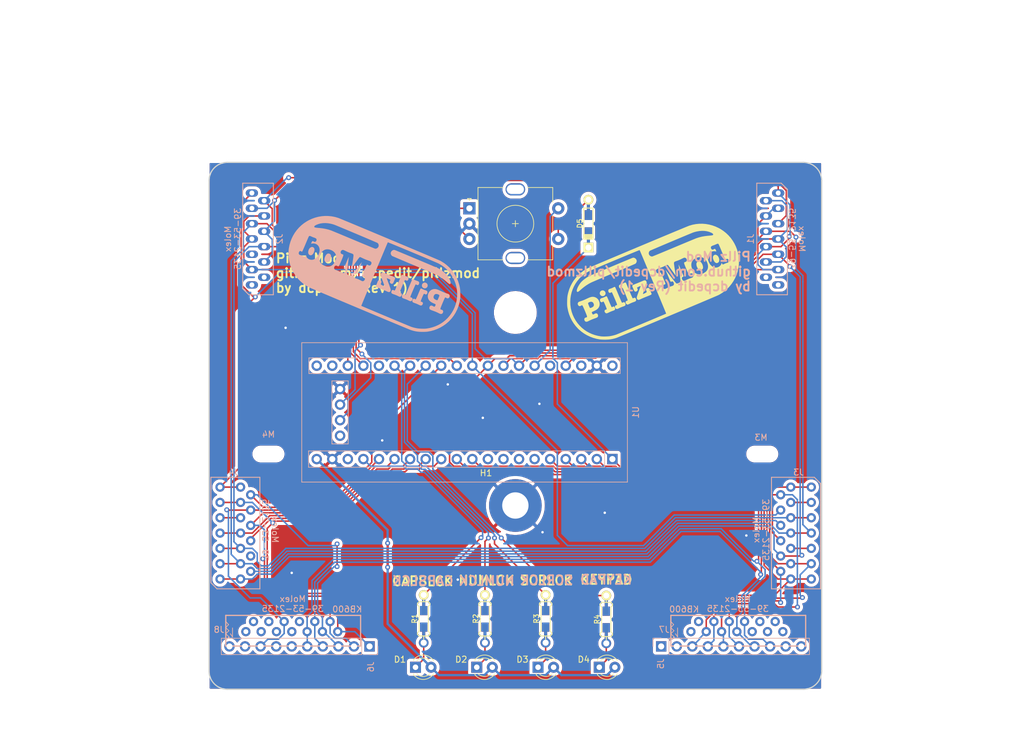
<source format=kicad_pcb>
(kicad_pcb (version 20221018) (generator pcbnew)
  (layers (0 "F.Cu" signal) (31 "B.Cu" signal) (34 "B.Paste" user) (35 "F.Paste" user) (36 "B.SilkS" user "B.Silkscreen") (37 "F.SilkS" user "F.Silkscreen") (38 "B.Mask" user) (39 "F.Mask" user) (44 "Edge.Cuts" user))
  (net 0 "")
  (net 1 "Net-(D1-K)")
  (net 2 "/3V3")
  (net 3 "Net-(D2-K)")
  (net 4 "Net-(D3-K)")
  (net 5 "Net-(D4-K)")
  (net 6 "Net-(D5-A)")
  (net 8 "/ROW_F1")
  (net 9 "/ROW_F2")
  (net 10 "/COL_4")
  (net 11 "/COL_3")
  (net 12 "/ROW_ESC")
  (net 13 "/COL_5")
  (net 14 "/COL_0")
  (net 15 "/COL_2")
  (net 16 "/COL_1")
  (net 20 "/ROW_6")
  (net 21 "/ROW_8")
  (net 22 "/ROW_7")
  (net 24 "/ROW_MIN")
  (net 25 "unconnected-(J3-Pin_3-Pad3)")
  (net 26 "/ROW_9")
  (net 27 "/ROW_0")
  (net 28 "/ROW_5")
  (net 29 "/ROW_4")
  (net 30 "/ROW_3")
  (net 31 "unconnected-(J3-Pin_9-Pad9)")
  (net 32 "/ROW_2")
  (net 33 "/ROW_1")
  (net 34 "/ROW_EQL")
  (net 36 "unconnected-(J4-Pin_9-Pad9)")
  (net 38 "/COL_6")
  (net 42 "GND")
  (net 46 "/LED_CAPS_LOCK")
  (net 47 "/LED_NUM_LOCK")
  (net 48 "/LED_SCROLL_LOCK")
  (net 49 "/LED_KEYPAD")
  (net 61 "/ENA")
  (net 62 "/ENB")
  (footprint "LED_THT:LED_D3.0mm" (layer "F.Cu") (at 133.7 132.4)
    (fp_text reference "D1")
    (fp_text value "LED_ALT")
  )
  (footprint "LED_THT:LED_D3.0mm" (layer "F.Cu") (at 143.7 132.4)
    (fp_text reference "D2")
    (fp_text value "LED_ALT")
  )
  (footprint "LED_THT:LED_D3.0mm" (layer "F.Cu") (at 153.7 132.4)
    (fp_text reference "D3")
    (fp_text value "LED_ALT")
  )
  (footprint "LED_THT:LED_D3.0mm" (layer "F.Cu") (at 163.7 132.4)
    (fp_text reference "D4")
    (fp_text value "LED_ALT")
  )
  (footprint "Keebio-Parts:Resistor-Hybrid" (layer "F.Cu") (at 154.94 124.5 -90)
    (fp_text reference "R3")
    (fp_text value "R_US" hide)
  )
  (footprint "Keebio-Parts:RotaryEncoder_EC11" (layer "F.Cu") (at 150 60)
    (fp_text reference "SW1")
    (fp_text value "RotaryEncoder_Switch")
  )
  (footprint "Keebio-Parts:Diode-dual" (layer "F.Cu") (at 161.925 60 -90)
    (fp_text reference "D5")
    (fp_text value "D_Small" hide)
  )
  (footprint "Keebio-Parts:Resistor-Hybrid" (layer "F.Cu") (at 145.04 124.5 -90)
    (fp_text reference "R2")
    (fp_text value "R_US" hide)
  )
  (footprint "MountingHole:MountingHole_4.3mm_M4_Pad" (layer "F.Cu") (at 150 106)
    (fp_text reference "H1")
    (fp_text value "mounting pad")
  )
  (footprint "pillz:pillz_logo" (layer "F.Cu") (at 172.466 69.469)
    (fp_text reference "G***" hide)
    (fp_text value "LOGO" hide)
  )
  (footprint "Keebio-Parts:Resistor-Hybrid" (layer "F.Cu") (at 135.04 124.5 -90)
    (fp_text reference "R1")
    (fp_text value "R_US" hide)
  )
  (footprint "Keebio-Parts:Resistor-Hybrid" (layer "F.Cu") (at 164.84 124.6 -90)
    (fp_text reference "R4")
    (fp_text value "R_US" hide)
  )
  (footprint "kinesisMod_board_connectors:Molex_0039532135" (layer "B.Cu") (at 191.9 62.5 -90)
    (fp_text reference "J1")
    (fp_text value "Conn_01x13")
  )
  (footprint "kinesisMod_board_connectors:Molex_0039532135" (layer "B.Cu") (at 108 62.5 90)
    (fp_text reference "J2")
    (fp_text value "Conn_01x13")
  )
  (footprint "kinesisMod_board_connectors:Molex_039532134" (layer "B.Cu") (at 195.8 110.5 -90)
    (fp_text reference "J3")
    (fp_text value "Conn_01x13")
  )
  (footprint "kinesisMod_board_connectors:Molex_039532134" (layer "B.Cu") (at 104.3 110.5 90)
    (fp_text reference "J4")
    (fp_text value "Conn_01x13")
  )
  (footprint "Pin_Headers:Pin_Header_Straight_1x10_Pitch2.54mm" (layer "B.Cu") (at 173.8 129 -90)
    (fp_text reference "J5" hide)
    (fp_text value "Conn_01x10")
  )
  (footprint "Pin_Headers:Pin_Header_Straight_1x10_Pitch2.54mm" (layer "B.Cu") (at 126.2 129 90)
    (fp_text reference "J6")
    (fp_text value "Conn_01x10")
  )
  (footprint "Mounting_Holes:MountingHole_6.4mm_M6" (layer "B.Cu") (at 150 74.5)
    (fp_text reference "M1" hide)
    (fp_text value "MountingHole_6.4mm_M6")
  )
  (footprint "MountingHole:MountingHole_4.3mm_M4" (layer "B.Cu") (at 109.7 97.6)
    (fp_text reference "M4")
    (fp_text value "MountingHole_4.3mm_M4")
  )
  (footprint "MountingHole:MountingHole_4.3mm_M4" (layer "B.Cu") (at 190.3 97.6)
    (fp_text reference "M3")
    (fp_text value "MountingHole_4.3mm_M4")
  )
  (footprint "kinx:39-53-2135" (layer "B.Cu") (at 186.157 126.59)
    (fp_text reference "J7")
    (fp_text value "Conn_01x13" hide)
  )
  (footprint "pillz:pillz_logo" (layer "B.Cu") (at 127 68.199 180)
    (fp_text reference "G***" hide)
    (fp_text value "LOGO" hide)
  )
  (footprint "kinx:39-53-2135" (layer "B.Cu") (at 113.513 126.59)
    (fp_text reference "J8")
    (fp_text value "Conn_01x13" hide)
  )
  (footprint "Footprints:YAAJ_WeAct_BlackPill_SWD_2" (layer "B.Cu") (at 165.839 98.425 90)
    (fp_text reference "U1")
    (fp_text value "YAAJ_WeAct_BlackPill_Part_Like_SWD_Breakout" hide)
  )
  (gr_arc (start 103 136) (mid 100.87868 135.12132) (end 100 133) (stroke (width 0.2)) (layer "Edge.Cuts"))
  (gr_arc (start 197 50) (mid 199.12132 50.87868) (end 200 53) (stroke (width 0.2)) (layer "Edge.Cuts"))
  (gr_arc (start 200 133) (mid 199.12132 135.12132) (end 197 136) (stroke (width 0.2)) (layer "Edge.Cuts"))
  (gr_arc (start 100 53) (mid 100.87868 50.87868) (end 103 50) (stroke (width 0.2)) (layer "Edge.Cuts"))
  (gr_line (start 103 136) (end 197 136) (stroke (width 0.2)) (layer "Edge.Cuts"))
  (gr_line (start 197 50) (end 103 50) (stroke (width 0.2)) (layer "Edge.Cuts"))
  (gr_line (start 200 133) (end 200 53) (stroke (width 0.2)) (layer "Edge.Cuts"))
  (gr_line (start 100 133) (end 100 53) (stroke (width 0.2)) (layer "Edge.Cuts"))
  (gr_text "Molex\n39-53-2135" (at 190.119 109.982 90) (layer "B.SilkS") (effects (font (size 1 1)) (justify mirror)))
  (gr_text "KB600" (at 177.546 122.936) (layer "B.SilkS") (effects (font (size 1 1)) (justify mirror)))
  (gr_text "Molex\n39-53-2135" (at 103.886 62.484 90) (layer "B.SilkS") (effects (font (size 1 1)) (justify mirror)))
  (gr_text "NUMLCK" (at 145.3 118.31) (layer "B.SilkS") (effects (font (size 1.5 1.5) (thickness 0.3)) (justify mirror)))
  (gr_text "Molex\n39-53-2135" (at 113.665 122.047) (layer "B.SilkS") (effects (font (size 1 1)) (justify mirror)))
  (gr_text "Molex\n39-53-2135" (at 186.309 122.047) (layer "B.SilkS") (effects (font (size 1 1)) (justify mirror)))
  (gr_text "KEYPAD" (at 164.8 118.11) (layer "B.SilkS") (effects (font (size 1.5 1.5) (thickness 0.3)) (justify mirror)))
  (gr_text "Pillz Mod\ngithub.com/dcpedit/pillzmod\nby dcpedit (Rev 1)" (at 188.6 67.818) (layer "B.SilkS") (effects (font (size 1.5 1.5) (thickness 0.3)) (justify left mirror)))
  (gr_text "Molex\n39-53-2135" (at 109.982 109.982 270) (layer "B.SilkS") (effects (font (size 1 1)) (justify mirror)))
  (gr_text "KB600" (at 122.555 122.936) (layer "B.SilkS") (effects (font (size 1 1)) (justify mirror)))
  (gr_text "Molex\n39-53-2135" (at 195.961 62.484 270) (layer "B.SilkS") (effects (font (size 1 1)) (justify mirror)))
  (gr_text "CAPSLCK" (at 134.9 118.31) (layer "B.SilkS") (effects (font (size 1.5 1.5) (thickness 0.3)) (justify mirror)))
  (gr_text "SCRLCK" (at 155.1 118.21) (layer "B.SilkS") (effects (font (size 1.5 1.5) (thickness 0.3)) (justify mirror)))
  (gr_text "Pillz Mod\ngithub.com/dcpedit/pillzmod\nby dcpedit (Rev 1)" (at 110.744 68.072) (layer "F.SilkS") (effects (font (size 1.5 1.5) (thickness 0.3)) (justify left)))
  (gr_text "CAPSLCK" (at 134.874 118.364) (layer "F.SilkS") (effects (font (size 1.5 1.5) (thickness 0.3))))
  (gr_text "KEYPAD" (at 164.846 118.11) (layer "F.SilkS") (effects (font (size 1.5 1.5) (thickness 0.3))))
  (gr_text "SCRLCK" (at 155.067 118.237) (layer "F.SilkS") (effects (font (size 1.5 1.5) (thickness 0.3))))
  (gr_text "NUMLCK" (at 145.288 118.237) (layer "F.SilkS") (effects (font (size 1.5 1.5) (thickness 0.3))))
  (segment (start 135.04 128.4) (end 135.04 131.06) (width 0.25) (layer "F.Cu") (net 1))
  (segment (start 135.04 131.06) (end 133.7 132.4) (width 0.25) (layer "F.Cu") (net 1))
  (segment (start 129.159 112.141) (end 129.159 116.078) (width 0.375) (layer "F.Cu") (net 2))
  (via (at 129.159 116.078) (size 0.8) (drill 0.4) (layers "F.Cu" "B.Cu") (net 2))
  (via (at 129.159 112.141) (size 0.8) (drill 0.4) (layers "F.Cu" "B.Cu") (net 2))
  (segment (start 146.24 132.4) (end 147.527011 133.687011) (width 0.375) (layer "B.Cu") (net 2))
  (segment (start 147.527011 133.687011) (end 154.952989 133.687011) (width 0.375) (layer "B.Cu") (net 2))
  (segment (start 117.579 98.425) (end 129.154 110) (width 0.375) (layer "B.Cu") (net 2))
  (segment (start 129.154 110) (end 129.154 112.136) (width 0.375) (layer "B.Cu") (net 2))
  (segment (start 157.527011 133.687011) (end 164.952989 133.687011) (width 0.375) (layer "B.Cu") (net 2))
  (segment (start 129.154 112.136) (end 129.159 112.141) (width 0.375) (layer "B.Cu") (net 2))
  (segment (start 154.952989 133.687011) (end 156.24 132.4) (width 0.375) (layer "B.Cu") (net 2))
  (segment (start 144.952989 133.687011) (end 146.24 132.4) (width 0.375) (layer "B.Cu") (net 2))
  (segment (start 136.24 132.4) (end 137.527011 133.687011) (width 0.375) (layer "B.Cu") (net 2))
  (segment (start 129.159 116.078) (end 129.159 125.319) (width 0.375) (layer "B.Cu") (net 2))
  (segment (start 129.159 125.319) (end 136.24 132.4) (width 0.375) (layer "B.Cu") (net 2))
  (segment (start 164.952989 133.687011) (end 166.24 132.4) (width 0.375) (layer "B.Cu") (net 2))
  (segment (start 156.24 132.4) (end 157.527011 133.687011) (width 0.375) (layer "B.Cu") (net 2))
  (segment (start 137.527011 133.687011) (end 144.952989 133.687011) (width 0.375) (layer "B.Cu") (net 2))
  (segment (start 145.04 131.06) (end 143.7 132.4) (width 0.25) (layer "F.Cu") (net 3))
  (segment (start 145.04 128.4) (end 145.04 131.06) (width 0.25) (layer "F.Cu") (net 3))
  (segment (start 154.94 128.4) (end 154.94 131.16) (width 0.25) (layer "F.Cu") (net 4))
  (segment (start 154.94 131.16) (end 153.7 132.4) (width 0.25) (layer "F.Cu") (net 4))
  (segment (start 164.84 128.5) (end 164.84 131.26) (width 0.25) (layer "F.Cu") (net 5))
  (segment (start 164.84 131.26) (end 163.7 132.4) (width 0.25) (layer "F.Cu") (net 5))
  (segment (start 157 61.025) (end 161.925 56.1) (width 0.25) (layer "F.Cu") (net 6))
  (segment (start 157 62.5) (end 157 61.025) (width 0.25) (layer "F.Cu") (net 6))
  (segment (start 159.45448 81.94952) (end 158.219 83.185) (width 0.25) (layer "F.Cu") (net 8))
  (segment (start 163.12948 81.94952) (end 159.45448 81.94952) (width 0.25) (layer "F.Cu") (net 8))
  (segment (start 192.9 53.92825) (end 191.92127 52.94952) (width 0.25) (layer "F.Cu") (net 8))
  (segment (start 192.9 55) (end 192.9 53.92825) (width 0.25) (layer "F.Cu") (net 8))
  (segment (start 191.92127 52.94952) (end 113.95048 52.94952) (width 0.25) (layer "F.Cu") (net 8))
  (segment (start 194.7 62.407468) (end 194.7 62.1) (width 0.25) (layer "F.Cu") (net 8))
  (segment (start 193.357468 63.75) (end 194.7 62.407468) (width 0.25) (layer "F.Cu") (net 8))
  (segment (start 177.579 67.5) (end 163.12948 81.94952) (width 0.25) (layer "F.Cu") (net 8))
  (segment (start 192.9 67.5) (end 177.579 67.5) (width 0.25) (layer "F.Cu") (net 8))
  (segment (start 113.95048 52.94952) (end 110.7 56.2) (width 0.25) (layer "F.Cu") (net 8))
  (segment (start 190.9 63.75) (end 193.357468 63.75) (width 0.25) (layer "F.Cu") (net 8))
  (via (at 110.7 56.2) (size 0.8) (drill 0.4) (layers "F.Cu" "B.Cu") (net 8))
  (via (at 194.7 62.1) (size 0.8) (drill 0.4) (layers "F.Cu" "B.Cu") (net 8))
  (segment (start 189.57548 65.07452) (end 189.57548 66.67548) (width 0.25) (layer "B.Cu") (net 8))
  (segment (start 109 61.25) (end 110.32452 62.57452) (width 0.25) (layer "B.Cu") (net 8))
  (segment (start 107 57.5) (end 109.457468 57.5) (width 0.25) (layer "B.Cu") (net 8))
  (segment (start 189.57548 66.67548) (end 190.4 67.5) (width 0.25) (layer "B.Cu") (net 8))
  (segment (start 110.32452 62.57452) (end 110.32452 64.92548) (width 0.25) (layer "B.Cu") (net 8))
  (segment (start 194.831661 56.931661) (end 192.9 55) (width 0.25) (layer "B.Cu") (net 8))
  (segment (start 190.4 67.5) (end 192.9 67.5) (width 0.25) (layer "B.Cu") (net 8))
  (segment (start 109 61.25) (end 110.5 59.75) (width 0.25) (layer "B.Cu") (net 8))
  (segment (start 109.457468 57.5) (end 110.7 56.257468) (width 0.25) (layer "B.Cu") (net 8))
  (segment (start 194.7 62.1) (end 194.831661 61.968339) (width 0.25) (layer "B.Cu") (net 8))
  (segment (start 190.9 63.75) (end 189.57548 65.07452) (width 0.25) (layer "B.Cu") (net 8))
  (segment (start 194.831661 61.968339) (end 194.831661 56.931661) (width 0.25) (layer "B.Cu") (net 8))
  (segment (start 110.32452 64.92548) (end 109 66.25) (width 0.25) (layer "B.Cu") (net 8))
  (segment (start 110.5 59.75) (end 110.7 59.55) (width 0.25) (layer "B.Cu") (net 8))
  (segment (start 110.7 56.257468) (end 110.7 56.2) (width 0.25) (layer "B.Cu") (net 8))
  (segment (start 110.7 59.55) (end 110.7 56.2) (width 0.25) (layer "B.Cu") (net 8))
  (segment (start 159.082085 81.05048) (end 162.757086 81.05048) (width 0.25) (layer "F.Cu") (net 9))
  (segment (start 107 62.5) (end 105.67548 63.82452) (width 0.25) (layer "F.Cu") (net 9))
  (segment (start 150.599 83.185) (end 151.773511 82.010489) (width 0.25) (layer "F.Cu") (net 9))
  (segment (start 105.67548 61.17548) (end 107 62.5) (width 0.25) (layer "F.Cu") (net 9))
  (segment (start 154.127313 81.560969) (end 158.571596 81.560969) (width 0.25) (layer "F.Cu") (net 9))
  (segment (start 105.67548 63.82452) (end 105.67548 66.17548) (width 0.25) (layer "F.Cu") (net 9))
  (segment (start 153.677793 82.010489) (end 154.127313 81.560969) (width 0.25) (layer "F.Cu") (net 9))
  (segment (start 151.773511 82.010489) (end 153.677793 82.010489) (width 0.25) (layer "F.Cu") (net 9))
  (segment (start 192.9 62.5) (end 190.442532 62.5) (width 0.25) (layer "F.Cu") (net 9))
  (segment (start 162.757084 81.05048) (end 164.258282 79.549282) (width 0.25) (layer "F.Cu") (net 9))
  (segment (start 189.571266 65.235548) (end 188.205854 66.60096) (width 0.25) (layer "F.Cu") (net 9))
  (segment (start 162.757086 81.05048) (end 164.258282 79.549282) (width 0.25) (layer "F.Cu") (net 9))
  (segment (start 188.205854 66.60096) (end 177.206604 66.60096) (width 0.25) (layer "F.Cu") (net 9))
  (segment (start 106.542532 58.75) (end 105.67548 59.617052) (width 0.25) (layer "F.Cu") (net 9))
  (segment (start 177.206604 66.60096) (end 164.258282 79.549282) (width 0.25) (layer "F.Cu") (net 9))
  (segment (start 105.67548 59.617052) (end 105.67548 61.17548) (width 0.25) (layer "F.Cu") (net 9))
  (segment (start 158.571596 81.560969) (end 159.082085 81.05048) (width 0.25) (layer "F.Cu") (net 9))
  (segment (start 189.571266 63.371266) (end 189.571266 65.235548) (width 0.25) (layer "F.Cu") (net 9))
  (segment (start 190.442532 62.5) (end 189.571266 63.371266) (width 0.25) (layer "F.Cu") (net 9))
  (segment (start 105.67548 66.17548) (end 107 67.5) (width 0.25) (layer "F.Cu") (net 9))
  (segment (start 109 58.75) (end 106.542532 58.75) (width 0.25) (layer "F.Cu") (net 9))
  (segment (start 194.22452 65.382948) (end 194.22452 63.82452) (width 0.25) (layer "B.Cu") (net 9))
  (segment (start 107 67.5) (end 133.48 67.5) (width 0.25) (layer "B.Cu") (net 9))
  (segment (start 136.375718 67.5) (end 133.48 67.5) (width 0.25) (layer "B.Cu") (net 9))
  (segment (start 190.9 66.25) (end 193.357468 66.25) (width 0.25) (layer "B.Cu") (net 9))
  (segment (start 193.357468 66.25) (end 194.22452 65.382948) (width 0.25) (layer "B.Cu") (net 9))
  (segment (start 194.382141 61.017859) (end 194.382141 57.117859) (width 0.25) (layer "B.Cu") (net 9))
  (segment (start 145.030489 82.010489) (end 143.42852 80.40852) (width 0.25) (layer "B.Cu") (net 9))
  (segment (start 194.22452 63.82452) (end 192.9 62.5) (width 0.25) (layer "B.Cu") (net 9))
  (segment (start 143.42852 74.552802) (end 136.375718 67.5) (width 0.25) (layer "B.Cu") (net 9))
  (segment (start 194.382141 57.117859) (end 193.514282 56.25) (width 0.25) (layer "B.Cu") (net 9))
  (segment (start 193.514282 56.25) (end 190.9 56.25) (width 0.25) (layer "B.Cu") (net 9))
  (segment (start 192.9 62.5) (end 194.382141 61.017859) (width 0.25) (layer "B.Cu") (net 9))
  (segment (start 149.424489 82.010489) (end 145.030489 82.010489) (width 0.25) (layer "B.Cu") (net 9))
  (segment (start 143.42852 80.40852) (end 143.42852 74.552802) (width 0.25) (layer "B.Cu") (net 9))
  (segment (start 150.599 83.185) (end 149.424489 82.010489) (width 0.25) (layer "B.Cu") (net 9))
  (segment (start 192.9 65) (end 194.8 66.9) (width 0.25) (layer "F.Cu") (net 10))
  (segment (start 190.442532 65) (end 188.392052 67.05048) (width 0.25) (layer "F.Cu") (net 10))
  (segment (start 177.392802 67.05048) (end 162.943282 81.5) (width 0.25) (layer "F.Cu") (net 10))
  (segment (start 188.392052 67.05048) (end 177.392802 67.05048) (width 0.25) (layer "F.Cu") (net 10))
  (segment (start 162.943282 81.5) (end 159.268282 81.5) (width 0.25) (layer "F.Cu") (net 10))
  (segment (start 194.8 66.9) (end 194.8 67) (width 0.25) (layer "F.Cu") (net 10))
  (segment (start 196.62498 114.25) (end 193.3 114.25) (width 0.25) (layer "F.Cu") (net 10))
  (segment (start 192.9 65) (end 190.442532 65) (width 0.25) (layer "F.Cu") (net 10))
  (segment (start 159.268282 81.5) (end 158.757793 82.010489) (width 0.25) (layer "F.Cu") (net 10))
  (segment (start 154.313511 82.010489) (end 153.139 83.185) (width 0.25) (layer "F.Cu") (net 10))
  (segment (start 158.757793 82.010489) (end 154.313511 82.010489) (width 0.25) (layer "F.Cu") (net 10))
  (segment (start 101.8 118) (end 105.15 118) (width 0.25) (layer "F.Cu") (net 10))
  (segment (start 196.754611 114.120369) (end 196.62498 114.25) (width 0.25) (layer "F.Cu") (net 10))
  (via (at 194.8 67) (size 0.8) (drill 0.4) (layers "F.Cu" "B.Cu") (net 10))
  (via (at 196.754611 114.120369) (size 0.8) (drill 0.4) (layers "F.Cu" "B.Cu") (net 10))
  (segment (start 196.479631 113.845389) (end 196.479631 68.679631) (width 0.25) (layer "B.Cu") (net 10))
  (segment (start 155.675489 58.824511) (end 155.675489 80.648511) (width 0.25) (layer "B.Cu") (net 10))
  (segment (start 192.219889 113.169889) (end 192.219889 110.333116) (width 0.25) (layer "B.Cu") (net 10))
  (segment (start 171.658595 114.348559) (end 113.087159 114.348559) (width 0.25) (layer "B.Cu") (net 10))
  (segment (start 193.3 114.25) (end 192.219889 113.169889) (width 0.25) (layer "B.Cu") (net 10))
  (segment (start 196.754611 114.120369) (end 196.479631 113.845389) (width 0.25) (layer "B.Cu") (net 10))
  (segment (start 196.479631 68.679631) (end 194.8 67) (width 0.25) (layer "B.Cu") (net 10))
  (segment (start 192.219889 110.333116) (end 191.235333 109.34856) (width 0.25) (layer "B.Cu") (net 10))
  (segment (start 155.675489 80.648511) (end 153.139 83.185) (width 0.25) (layer "B.Cu") (net 10))
  (segment (start 157 57.5) (end 155.675489 58.824511) (width 0.25) (layer "B.Cu") (net 10))
  (segment (start 176.658594 109.34856) (end 171.658595 114.348559) (width 0.25) (layer "B.Cu") (net 10))
  (segment (start 107.877989 117.19952) (end 107.077509 118) (width 0.25) (layer "B.Cu") (net 10))
  (segment (start 107.077509 118) (end 105.15 118) (width 0.25) (layer "B.Cu") (net 10))
  (segment (start 113.087159 114.348559) (end 110.236197 117.19952) (width 0.25) (layer "B.Cu") (net 10))
  (segment (start 110.236197 117.19952) (end 107.877989 117.19952) (width 0.25) (layer "B.Cu") (net 10))
  (segment (start 191.235333 109.34856) (end 176.658594 109.34856) (width 0.25) (layer "B.Cu") (net 10))
  (segment (start 190.9 61.25) (end 189.121746 63.028254) (width 0.25) (layer "F.Cu") (net 11))
  (segment (start 151.583009 81.560969) (end 151.133489 82.010489) (width 0.25) (layer "F.Cu") (net 11))
  (segment (start 190.9 61.25) (end 194.874614 61.25) (width 0.25) (layer "F.Cu") (net 11))
  (segment (start 162.570888 80.60096) (end 158.895888 80.60096) (width 0.25) (layer "F.Cu") (net 11))
  (segment (start 195.8 62.175386) (end 195.8 62.2) (width 0.25) (layer "F.Cu") (net 11))
  (segment (start 194.95 110.5) (end 198.3 110.5) (width 0.25) (layer "F.Cu") (net 11))
  (segment (start 194.874614 61.25) (end 195.8 62.175386) (width 0.25) (layer "F.Cu") (net 11))
  (segment (start 158.895888 80.60096) (end 158.385399 81.111449) (width 0.25) (layer "F.Cu") (net 11))
  (segment (start 153.941116 81.111449) (end 153.491596 81.560969) (width 0.25) (layer "F.Cu") (net 11))
  (segment (start 188.019656 66.15144) (end 177.020408 66.15144) (width 0.25) (layer "F.Cu") (net 11))
  (segment (start 189.121746 63.028254) (end 189.121746 65.04935) (width 0.25) (layer "F.Cu") (net 11))
  (segment (start 189.121746 65.04935) (end 188.019656 66.15144) (width 0.25) (layer "F.Cu") (net 11))
  (segment (start 149.233511 82.010489) (end 148.059 83.185) (width 0.25) (layer "F.Cu") (net 11))
  (segment (start 158.385399 81.111449) (end 153.941116 81.111449) (width 0.25) (layer "F.Cu") (net 11))
  (segment (start 153.491596 81.560969) (end 151.583009 81.560969) (width 0.25) (layer "F.Cu") (net 11))
  (segment (start 151.133489 82.010489) (end 149.233511 82.010489) (width 0.25) (layer "F.Cu") (net 11))
  (segment (start 177.020408 66.15144) (end 162.570888 80.60096) (width 0.25) (layer "F.Cu") (net 11))
  (via (at 195.8 62.2) (size 0.8) (drill 0.4) (layers "F.Cu" "B.Cu") (net 11))
  (segment (start 176.472396 108.89904) (end 191.421531 108.89904) (width 0.25) (layer "B.Cu") (net 11))
  (segment (start 171.472394 113.89904) (end 176.472396 108.89904) (width 0.25) (layer "B.Cu") (net 11))
  (segment (start 198.3 110.5) (end 196.929151 109.129151) (width 0.25) (layer "B.Cu") (net 11))
  (segment (start 195.8 67.363604) (end 195.8 62.2) (width 0.25) (layer "B.Cu") (net 11))
  (segment (start 191.421531 108.89904) (end 193.022491 110.5) (width 0.25) (layer "B.Cu") (net 11))
  (segment (start 196.929151 109.129151) (end 196.929151 69.469) (width 0.25) (layer "B.Cu") (net 11))
  (segment (start 112.90096 113.89904) (end 171.472394 113.89904) (width 0.25) (layer "B.Cu") (net 11))
  (segment (start 193.022491 110.5) (end 194.95 110.5) (width 0.25) (layer "B.Cu") (net 11))
  (segment (start 196.929631 69.46852) (end 196.929631 68.493235) (width 0.25) (layer "B.Cu") (net 11))
  (segment (start 196.929631 68.493235) (end 195.8 67.363604) (width 0.25) (layer "B.Cu") (net 11))
  (segment (start 110.05 116.75) (end 112.90096 113.89904) (width 0.25) (layer "B.Cu") (net 11))
  (segment (start 196.929151 69.469) (end 196.929631 69.46852) (width 0.25) (layer "B.Cu") (net 11))
  (segment (start 106.8 116.75) (end 110.05 116.75) (width 0.25) (layer "B.Cu") (net 11))
  (segment (start 192.107468 52.5) (end 113 52.5) (width 0.25) (layer "F.Cu") (net 12))
  (segment (start 110.32452 57.57452) (end 110.32452 60.17548) (width 0.25) (layer "F.Cu") (net 12))
  (segment (start 139.264489 82.010489) (end 124.660207 82.010489) (width 0.25) (layer "F.Cu") (net 12))
  (segment (start 112.944146 62.85096) (end 118.61096 62.85096) (width 0.25) (layer "F.Cu") (net 12))
  (segment (start 194.22452 54.617052) (end 192.107468 52.5) (width 0.25) (layer "F.Cu") (net 12))
  (segment (start 192.9 60) (end 194.22452 58.67548) (width 0.25) (layer "F.Cu") (net 12))
  (segment (start 123.55804 65.627604) (end 120.781396 62.85096) (width 0.25) (layer "F.Cu") (net 12))
  (segment (start 110.32452 60.17548) (end 110.296593 60.203407) (width 0.25) (layer "F.Cu") (net 12))
  (segment (start 194.22452 58.67548) (end 194.22452 54.617052) (width 0.25) (layer "F.Cu") (net 12))
  (segment (start 124.660207 82.010489) (end 123.55804 80.908322) (width 0.25) (layer "F.Cu") (net 12))
  (segment (start 140.439 83.185) (end 139.264489 82.010489) (width 0.25) (layer "F.Cu") (net 12))
  (segment (start 123.55804 80.908322) (end 123.55804 65.627604) (width 0.25) (layer "F.Cu") (net 12))
  (segment (start 109 56.25) (end 110.32452 57.57452) (width 0.25) (layer "F.Cu") (net 12))
  (segment (start 110.296593 60.203407) (end 112.944146 62.85096) (width 0.25) (layer "F.Cu") (net 12))
  (segment (start 120.781396 62.85096) (end 118.61096 62.85096) (width 0.25) (layer "F.Cu") (net 12))
  (via (at 113 52.5) (size 0.8) (drill 0.4) (layers "F.Cu" "B.Cu") (net 12))
  (segment (start 109 56.25) (end 112.75 52.5) (width 0.25) (layer "B.Cu") (net 12))
  (segment (start 112.75 52.5) (end 113 52.5) (width 0.25) (layer "B.Cu") (net 12))
  (segment (start 158.648722 101.397591) (end 160.553005 101.397591) (width 0.25) (layer "F.Cu") (net 13))
  (segment (start 162.38469 80.15144) (end 158.709691 80.15144) (width 0.25) (layer "F.Cu") (net 13))
  (segment (start 190.9 58.75) (end 189.57548 60.07452) (width 0.25) (layer "F.Cu") (net 13))
  (segment (start 158.199202 100.948071) (end 158.648722 101.397591) (width 0.25) (layer "F.Cu") (net 13))
  (segment (start 151.396812 81.111449) (end 150.947291 81.560969) (width 0.25) (layer "F.Cu") (net 13))
  (segment (start 140.977794 99.599511) (end 141.427314 100.049031) (width 0.25) (layer "F.Cu") (net 13))
  (segment (start 160.553005 101.397591) (end 161.002525 101.847111) (width 0.25) (layer "F.Cu") (net 13))
  (segment (start 158.709691 80.15144) (end 158.199201 80.661929) (width 0.25) (layer "F.Cu") (net 13))
  (segment (start 189.70096 106.67955) (end 189.70096 114.82502) (width 0.25) (layer "F.Cu") (net 13))
  (segment (start 161.002525 101.847111) (end 162.906808 101.847111) (width 0.25) (layer "F.Cu") (net 13))
  (segment (start 150.947291 81.560969) (end 149.047314 81.560969) (width 0.25) (layer "F.Cu") (net 13))
  (segment (start 156.29492 100.948071) (end 158.199202 100.948071) (width 0.25) (layer "F.Cu") (net 13))
  (segment (start 158.199201 80.661929) (end 153.754919 80.661929) (width 0.25) (layer "F.Cu") (net 13))
  (segment (start 163.356328 102.296631) (end 165.260605 102.296631) (width 0.25) (layer "F.Cu") (net 13))
  (segment (start 139.952501 99.599511) (end 140.977794 99.599511) (width 0.25) (layer "F.Cu") (net 13))
  (segment (start 169.110614 106.14664) (end 189.16805 106.14664) (width 0.25) (layer "F.Cu") (net 13))
  (segment (start 165.260605 102.296631) (end 169.110614 106.14664) (width 0.25) (layer "F.Cu") (net 13))
  (segment (start 143.331596 100.049031) (end 143.781116 100.498551) (width 0.25) (layer "F.Cu") (net 13))
  (segment (start 187.833458 65.70192) (end 176.83421 65.70192) (width 0.25) (layer "F.Cu") (net 13))
  (segment (start 145.519 83.185) (end 139.264489 89.439511) (width 0.25) (layer "F.Cu") (net 13))
  (segment (start 143.781116 100.498551) (end 155.8454 100.498551) (width 0.25) (layer "F.Cu") (net 13))
  (segment (start 176.83421 65.70192) (end 162.38469 80.15144) (width 0.25) (layer "F.Cu") (net 13))
  (segment (start 153.754919 80.661929) (end 153.305398 81.111449) (width 0.25) (layer "F.Cu") (net 13))
  (segment (start 149.047314 81.560969) (end 148.597793 82.010489) (width 0.25) (layer "F.Cu") (net 13))
  (segment (start 188.672226 62.842056) (end 188.672226 64.863152) (width 0.25) (layer "F.Cu") (net 13))
  (segment (start 139.264489 89.439511) (end 139.264489 98.911499) (width 0.25) (layer "F.Cu") (net 13))
  (segment (start 189.57548 61.938802) (end 188.672226 62.842056) (width 0.25) (layer "F.Cu") (net 13))
  (segment (start 155.8454 100.498551) (end 156.29492 100.948071) (width 0.25) (layer "F.Cu") (net 13))
  (segment (start 148.597793 82.010489) (end 146.693511 82.010489) (width 0.25) (layer "F.Cu") (net 13))
  (segment (start 153.305398 81.111449) (end 151.396812 81.111449) (width 0.25) (layer "F.Cu") (net 13))
  (segment (start 189.57548 60.07452) (end 189.57548 61.938802) (width 0.25) (layer "F.Cu") (net 13))
  (segment (start 162.906808 101.847111) (end 163.356328 102.296631) (width 0.25) (layer "F.Cu") (net 13))
  (segment (start 188.672226 64.863152) (end 187.833458 65.70192) (width 0.25) (layer "F.Cu") (net 13))
  (segment (start 139.264489 98.911499) (end 139.952501 99.599511) (width 0.25) (layer "F.Cu") (net 13))
  (segment (start 189.16805 106.14664) (end 189.70096 106.67955) (width 0.25) (layer "F.Cu") (net 13))
  (segment (start 189.70096 114.82502) (end 189.42598 115.1) (width 0.25) (layer "F.Cu") (net 13))
  (segment (start 141.427314 100.049031) (end 143.331596 100.049031) (width 0.25) (layer "F.Cu") (net 13))
  (segment (start 146.693511 82.010489) (end 145.519 83.185) (width 0.25) (layer "F.Cu") (net 13))
  (via (at 189.42598 115.1) (size 0.8) (drill 0.4) (layers "F.Cu" "B.Cu") (net 13))
  (segment (start 187.407 120.918305) (end 187.407 124.94) (width 0.25) (layer "B.Cu") (net 13))
  (segment (start 191.58 129) (end 190.405 127.825) (width 0.25) (layer "B.Cu") (net 13))
  (segment (start 116.813 118.251282) (end 120.266204 114.798079) (width 0.25) (layer "B.Cu") (net 13))
  (segment (start 116.013 124.079) (end 116.813 123.279) (width 0.25) (layer "B.Cu") (net 13))
  (segment (start 171.844792 114.798079) (end 176.844793 109.79808) (width 0.25) (layer "B.Cu") (net 13))
  (segment (start 188.065 127.825) (end 187.407 127.167) (width 0.25) (layer "B.Cu") (net 13))
  (segment (start 120.266204 114.798079) (end 171.844792 114.798079) (width 0.25) (layer "B.Cu") (net 13))
  (segment (start 189.42598 115.1) (end 190.762701 116.436721) (width 0.25) (layer "B.Cu") (net 13))
  (segment (start 187.407 127.167) (end 187.407 124.94) (width 0.25) (layer "B.Cu") (net 13))
  (segment (start 116.013 126.59) (end 116.013 124.079) (width 0.25) (layer "B.Cu") (net 13))
  (segment (start 183.59808 109.79808) (end 188.9 115.1) (width 0.25) (layer "B.Cu") (net 13))
  (segment (start 176.844793 109.79808) (end 183.59808 109.79808) (width 0.25) (layer "B.Cu") (net 13))
  (segment (start 190.405 127.825) (end 188.065 127.825) (width 0.25) (layer "B.Cu") (net 13))
  (segment (start 116.04 126.617) (end 116.013 126.59) (width 0.25) (layer "B.Cu") (net 13))
  (segment (start 188.9 115.1) (end 189.42598 115.1) (width 0.25) (layer "B.Cu") (net 13))
  (segment (start 116.813 123.279) (end 116.813 118.251282) (width 0.25) (layer "B.Cu") (net 13))
  (segment (start 190.762701 116.436721) (end 190.762701 117.562604) (width 0.25) (layer "B.Cu") (net 13))
  (segment (start 116.04 129) (end 116.04 126.617) (width 0.25) (layer "B.Cu") (net 13))
  (segment (start 192.15 57.5) (end 190.9 58.75) (width 0.25) (layer "B.Cu") (net 13))
  (segment (start 192.9 57.5) (end 192.15 57.5) (width 0.25) (layer "B.Cu") (net 13))
  (segment (start 190.762701 117.562604) (end 187.407 120.918305) (width 0.25) (layer "B.Cu") (net 13))
  (segment (start 101.8 103) (end 104.724 100.076) (width 0.25) (layer "F.Cu") (net 14))
  (segment (start 105.22596 56.77404) (end 105.22596 69.933428) (width 0.25) (layer "F.Cu") (net 14))
  (segment (start 107 55) (end 105.22596 56.77404) (width 0.25) (layer "F.Cu") (net 14))
  (segment (start 104.902 74.598) (end 107.55 71.95) (width 0.25) (layer "F.Cu") (net 14))
  (segment (start 104.724 100.076) (end 104.902 100.076) (width 0.25) (layer "F.Cu") (net 14))
  (segment (start 105.22596 69.933428) (end 107.242532 71.95) (width 0.25) (layer "F.Cu") (net 14))
  (segment (start 101.8 103) (end 105.15 103) (width 0.25) (layer "F.Cu") (net 14))
  (segment (start 107.242532 71.95) (end 107.55 71.95) (width 0.25) (layer "F.Cu") (net 14))
  (segment (start 104.902 100.076) (end 104.902 74.598) (width 0.25) (layer "F.Cu") (net 14))
  (via (at 107.55 71.95) (size 0.8) (drill 0.4) (layers "F.Cu" "B.Cu") (net 14))
  (segment (start 111.55048 67.94952) (end 136.18952 67.94952) (width 0.25) (layer "B.Cu") (net 14))
  (segment (start 142.979 74.739) (end 136.18952 67.94952) (width 0.25) (layer "B.Cu") (net 14))
  (segment (start 170.913802 112.55048) (end 175.913802 107.55048) (width 0.25) (layer "B.Cu") (net 14))
  (segment (start 107.55 71.95) (end 111.55048 67.94952) (width 0.25) (layer "B.Cu") (net 14))
  (segment (start 192.49952 107.55048) (end 193.3 106.75) (width 0.25) (layer "B.Cu") (net 14))
  (segment (start 175.913802 107.55048) (end 192.49952 107.55048) (width 0.25) (layer "B.Cu") (net 14))
  (segment (start 158.52448 112.55048) (end 170.913802 112.55048) (width 0.25) (layer "B.Cu") (net 14))
  (segment (start 156.853511 97.059511) (end 156.853511 110.879511) (width 0.25) (layer "B.Cu") (net 14))
  (segment (start 157.737 111.763) (end 158.52448 112.55048) (width 0.25) (layer "B.Cu") (net 14))
  (segment (start 142.979 83.185) (end 142.979 74.739) (width 0.25) (layer "B.Cu") (net 14))
  (segment (start 142.979 83.185) (end 156.853511 97.059511) (width 0.25) (layer "B.Cu") (net 14))
  (segment (start 156.853511 110.879511) (end 157.737 111.763) (width 0.25) (layer "B.Cu") (net 14))
  (segment (start 112.757948 63.30048) (end 109.457468 60) (width 0.25) (layer "F.Cu") (net 15))
  (segment (start 125.199 83.185) (end 123.10852 81.09452) (width 0.25) (layer "F.Cu") (net 15))
  (segment (start 117.21048 63.30048) (end 112.757948 63.30048) (width 0.25) (layer "F.Cu") (net 15))
  (segment (start 123.10852 65.813802) (end 120.595198 63.30048) (width 0.25) (layer "F.Cu") (net 15))
  (segment (start 123.10852 81.09452) (end 123.10852 65.813802) (width 0.25) (layer "F.Cu") (net 15))
  (segment (start 109.457468 60) (end 107 60) (width 0.25) (layer "F.Cu") (net 15))
  (segment (start 120.595198 63.30048) (end 117.21048 63.30048) (width 0.25) (layer "F.Cu") (net 15))
  (segment (start 101.8 115.5) (end 105.15 115.5) (width 0.25) (layer "F.Cu") (net 15))
  (segment (start 103.620369 113.970369) (end 105.15 115.5) (width 0.25) (layer "B.Cu") (net 15))
  (segment (start 112.714762 113.44952) (end 109.863802 116.30048) (width 0.25) (layer "B.Cu") (net 15))
  (segment (start 109.863802 116.30048) (end 107.877989 116.30048) (width 0.25) (layer "B.Cu") (net 15))
  (segment (start 105.6 61.4) (end 105.6 64.056814) (width 0.25) (layer "B.Cu") (net 15))
  (segment (start 107 60) (end 105.6 61.4) (width 0.25) (layer "B.Cu") (net 15))
  (segment (start 192.49952 108.44952) (end 176.286198 108.44952) (width 0.25) (layer "B.Cu") (net 15))
  (segment (start 103.620369 66.036446) (end 103.620369 113.970369) (width 0.25) (layer "B.Cu") (net 15))
  (segment (start 176.286198 108.44952) (end 171.286197 113.44952) (width 0.25) (layer "B.Cu") (net 15))
  (segment (start 105.6 64.056814) (end 103.620369 66.036446) (width 0.25) (layer "B.Cu") (net 15))
  (segment (start 193.3 109.25) (end 192.49952 108.44952) (width 0.25) (layer "B.Cu") (net 15))
  (segment (start 107.077509 115.5) (end 105.15 115.5) (width 0.25) (layer "B.Cu") (net 15))
  (segment (start 107.877989 116.30048) (end 107.077509 115.5) (width 0.25) (layer "B.Cu") (net 15))
  (segment (start 171.286197 113.44952) (end 112.714762 113.44952) (width 0.25) (layer "B.Cu") (net 15))
  (segment (start 120.409 63.75) (end 119.51 63.75) (width 0.25) (layer "F.Cu") (net 16))
  (segment (start 122.659 66) (end 120.409 63.75) (width 0.25) (layer "F.Cu") (net 16))
  (segment (start 194.95 108) (end 198.3 108) (width 0.25) (layer "F.Cu") (net 16))
  (segment (start 122.659 83.185) (end 122.659 66) (width 0.25) (layer "F.Cu") (net 16))
  (segment (start 109 63.75) (end 119.51 63.75) (width 0.25) (layer "F.Cu") (net 16))
  (segment (start 101.8 113) (end 105.15 113) (width 0.25) (layer "F.Cu") (net 16))
  (segment (start 107.880111 115.180111) (end 108.55096 115.85096) (width 0.25) (layer "B.Cu") (net 16))
  (segment (start 109 63.75) (end 106.542532 63.75) (width 0.25) (layer "B.Cu") (net 16))
  (segment (start 107.880111 113.802602) (end 107.880111 115.180111) (width 0.25) (layer "B.Cu") (net 16))
  (segment (start 104.069889 111.919889) (end 105.15 113) (width 0.25) (layer "B.Cu") (net 16))
  (segment (start 176.1 108) (end 194.95 108) (width 0.25) (layer "B.Cu") (net 16))
  (segment (start 112.528564 113) (end 171.1 113) (width 0.25) (layer "B.Cu") (net 16))
  (segment (start 171.1 113) (end 176.1 108) (width 0.25) (layer "B.Cu") (net 16))
  (segment (start 107.077509 113) (end 107.880111 113.802602) (width 0.25) (layer "B.Cu") (net 16))
  (segment (start 109.677604 115.85096) (end 112.528564 113) (width 0.25) (layer "B.Cu") (net 16))
  (segment (start 105.15 113) (end 107.077509 113) (width 0.25) (layer "B.Cu") (net 16))
  (segment (start 104.069889 66.222643) (end 104.069889 111.919889) (width 0.25) (layer "B.Cu") (net 16))
  (segment (start 106.542532 63.75) (end 104.069889 66.222643) (width 0.25) (layer "B.Cu") (net 16))
  (segment (start 108.55096 115.85096) (end 109.677604 115.85096) (width 0.25) (layer "B.Cu") (net 16))
  (segment (start 190.6 106.307154) (end 190.6 115.757468) (width 0.25) (layer "F.Cu") (net 20))
  (segment (start 192.842532 118) (end 194.95 118) (width 0.25) (layer "F.Cu") (net 20))
  (segment (start 165.633001 101.397591) (end 169.48301 105.2476) (width 0.25) (layer "F.Cu") (net 20))
  (segment (start 163.728722 101.397591) (end 165.633001 101.397591) (width 0.25) (layer "F.Cu") (net 20))
  (segment (start 159.021116 100.498551) (end 160.925399 100.498551) (width 0.25) (layer "F.Cu") (net 20))
  (segment (start 160.925399 100.498551) (end 161.374919 100.948071) (width 0.25) (layer "F.Cu") (net 20))
  (segment (start 192.2795 120.6705) (end 194.95 118) (width 0.25) (layer "F.Cu") (net 20))
  (segment (start 185.1483 120.6705) (end 192.2795 120.6705) (width 0.25) (layer "F.Cu") (net 20))
  (segment (start 190.6 115.757468) (end 192.842532 118) (width 0.25) (layer "F.Cu") (net 20))
  (segment (start 156.667314 100.049031) (end 158.571596 100.049031) (width 0.25) (layer "F.Cu") (net 20))
  (segment (start 158.571596 100.049031) (end 159.021116 100.498551) (width 0.25) (layer "F.Cu") (net 20))
  (segment (start 181.157 126.59) (end 181.157 124.6618) (width 0.25) (layer "F.Cu") (net 20))
  (segment (start 181.157 124.6618) (end 185.1483 120.6705) (width 0.25) (layer "F.Cu") (net 20))
  (segment (start 169.48301 105.2476) (end 189.540446 105.2476) (width 0.25) (layer "F.Cu") (net 20))
  (segment (start 194.95 118) (end 198.3 118) (width 0.25) (layer "F.Cu") (net 20))
  (segment (start 163.279202 100.948071) (end 163.728722 101.397591) (width 0.25) (layer "F.Cu") (net 20))
  (segment (start 156.217794 99.599511) (end 156.667314 100.049031) (width 0.25) (layer "F.Cu") (net 20))
  (segment (start 142.979 98.425) (end 144.153511 99.599511) (width 0.25) (layer "F.Cu") (net 20))
  (segment (start 144.153511 99.599511) (end 156.217794 99.599511) (width 0.25) (layer "F.Cu") (net 20))
  (segment (start 161.374919 100.948071) (end 163.279202 100.948071) (width 0.25) (layer "F.Cu") (net 20))
  (segment (start 189.540446 105.2476) (end 190.6 106.307154) (width 0.25) (layer "F.Cu") (net 20))
  (segment (start 178.88 129) (end 180.055 127.825) (width 0.25) (layer "B.Cu") (net 20))
  (segment (start 180.055 127.692) (end 181.157 126.59) (width 0.25) (layer "B.Cu") (net 20))
  (segment (start 180.055 127.825) (end 180.055 127.692) (width 0.25) (layer "B.Cu") (net 20))
  (segment (start 193.025 121.5705) (end 185.521092 121.5705) (width 0.25) (layer "F.Cu") (net 21))
  (segment (start 191.05048 114.50048) (end 193.3 116.75) (width 0.25) (layer "F.Cu") (net 21))
  (segment (start 165.819199 100.948071) (end 169.669208 104.79808) (width 0.25) (layer "F.Cu") (net 21))
  (segment (start 163.465399 100.498551) (end 163.914919 100.948071) (width 0.25) (layer "F.Cu") (net 21))
  (segment (start 189.726644 104.79808) (end 191.05048 106.121916) (width 0.25) (layer "F.Cu") (net 21))
  (segment (start 161.561116 100.498551) (end 163.465399 100.498551) (width 0.25) (layer "F.Cu") (net 21))
  (segment (start 163.914919 100.948071) (end 165.819199 100.948071) (width 0.25) (layer "F.Cu") (net 21))
  (segment (start 159.207314 100.049031) (end 161.111596 100.049031) (width 0.25) (layer "F.Cu") (net 21))
  (segment (start 193.3 121.8455) (end 193.025 121.5705) (width 0.25) (layer "F.Cu") (net 21))
  (segment (start 155.679 98.425) (end 156.853511 99.599511) (width 0.25) (layer "F.Cu") (net 21))
  (segment (start 191.05048 106.121916) (end 191.05048 114.50048) (width 0.25) (layer "F.Cu") (net 21))
  (segment (start 158.757794 99.599511) (end 159.207314 100.049031) (width 0.25) (layer "F.Cu") (net 21))
  (segment (start 183.657 123.434592) (end 183.657 126.59) (width 0.25) (layer "F.Cu") (net 21))
  (segment (start 156.853511 99.599511) (end 158.757794 99.599511) (width 0.25) (layer "F.Cu") (net 21))
  (segment (start 185.521092 121.5705) (end 183.657 123.434592) (width 0.25) (layer "F.Cu") (net 21))
  (segment (start 161.111596 100.049031) (end 161.561116 100.498551) (width 0.25) (layer "F.Cu") (net 21))
  (segment (start 169.669208 104.79808) (end 189.726644 104.79808) (width 0.25) (layer "F.Cu") (net 21))
  (via (at 193.3 121.8455) (size 0.8) (drill 0.4) (layers "F.Cu" "B.Cu") (net 21))
  (segment (start 193.3 121.8455) (end 193.3 116.75) (width 0.25) (layer "B.Cu") (net 21))
  (segment (start 183.96 129) (end 183.96 126.893) (width 0.25) (layer "B.Cu") (net 21))
  (segment (start 183.96 126.893) (end 183.657 126.59) (width 0.25) (layer "B.Cu") (net 21))
  (segment (start 191.5 114.157468) (end 192.842532 115.5) (width 0.25) (layer "F.Cu") (net 22))
  (segment (start 164.101117 100.498551) (end 166.005397 100.498551) (width 0.25) (layer "F.Cu") (net 22))
  (segment (start 196.7605 121.1205) (end 185.334696 121.1205) (width 0.25) (layer "F.Cu") (net 22))
  (segment (start 159.393511 99.599511) (end 161.297794 99.599511) (width 0.25) (layer "F.Cu") (net 22))
  (segment (start 194.95 115.5) (end 198.3 115.5) (width 0.25) (layer "F.Cu") (net 22))
  (segment (start 166.005397 100.498551) (end 169.855406 104.34856) (width 0.25) (layer "F.Cu") (net 22))
  (segment (start 182.407 124.048196) (end 182.407 124.94) (width 0.25) (layer "F.Cu") (net 22))
  (segment (start 191.5 105.935718) (end 191.5 114.157468) (width 0.25) (layer "F.Cu") (net 22))
  (segment (start 158.219 98.425) (end 159.393511 99.599511) (width 0.25) (layer "F.Cu") (net 22))
  (segment (start 196.85 121.031) (end 196.7605 121.1205) (width 0.25) (layer "F.Cu") (net 22))
  (segment (start 185.334696 121.1205) (end 182.407 124.048196) (width 0.25) (layer "F.Cu") (net 22))
  (segment (start 161.297794 99.599511) (end 161.747314 100.049031) (width 0.25) (layer "F.Cu") (net 22))
  (segment (start 192.842532 115.5) (end 194.95 115.5) (width 0.25) (layer "F.Cu") (net 22))
  (segment (start 189.912842 104.34856) (end 191.5 105.935718) (width 0.25) (layer "F.Cu") (net 22))
  (segment (start 161.747314 100.049031) (end 163.651597 100.049031) (width 0.25) (layer "F.Cu") (net 22))
  (segment (start 169.855406 104.34856) (end 189.912842 104.34856) (width 0.25) (layer "F.Cu") (net 22))
  (segment (start 163.651597 100.049031) (end 164.101117 100.498551) (width 0.25) (layer "F.Cu") (net 22))
  (via (at 196.85 121.031) (size 0.8) (drill 0.4) (layers "F.Cu" "B.Cu") (net 22))
  (segment (start 181.42 129) (end 182.407 128.013) (width 0.25) (layer "B.Cu") (net 22))
  (segment (start 196.480111 120.661111) (end 196.85 121.031) (width 0.25) (layer "B.Cu") (net 22))
  (segment (start 198.3 115.5) (end 196.480111 117.319889) (width 0.25) (layer "B.Cu") (net 22))
  (segment (start 182.407 128.013) (end 182.407 124.94) (width 0.25) (layer "B.Cu") (net 22))
  (segment (start 196.480111 117.319889) (end 196.480111 120.661111) (width 0.25) (layer "B.Cu") (net 22))
  (segment (start 190.09904 103.89904) (end 191.94952 105.749521) (width 0.25) (layer "F.Cu") (net 24))
  (segment (start 166.191595 100.049031) (end 170.041604 103.89904) (width 0.25) (layer "F.Cu") (net 24))
  (segment (start 191.94952 110.39952) (end 193.3 111.75) (width 0.25) (layer "F.Cu") (net 24))
  (segment (start 170.041604 103.89904) (end 190.09904 103.89904) (width 0.25) (layer "F.Cu") (net 24))
  (segment (start 160.759 98.425) (end 161.933511 99.599511) (width 0.25) (layer "F.Cu") (net 24))
  (segment (start 164.287314 100.049031) (end 166.191595 100.049031) (width 0.25) (layer "F.Cu") (net 24))
  (segment (start 163.837794 99.599511) (end 164.287314 100.049031) (width 0.25) (layer "F.Cu") (net 24))
  (segment (start 191.94952 105.749521) (end 191.94952 110.39952) (width 0.25) (layer "F.Cu") (net 24))
  (segment (start 161.933511 99.599511) (end 163.837794 99.599511) (width 0.25) (layer "F.Cu") (net 24))
  (segment (start 194.95 105.5) (end 198.3 105.5) (width 0.25) (layer "F.Cu") (net 25))
  (segment (start 192.8275 122.57) (end 192.278 122.0205) (width 0.25) (layer "F.Cu") (net 26))
  (segment (start 185.707488 122.0205) (end 184.907 122.820988) (width 0.25) (layer "F.Cu") (net 26))
  (segment (start 184.907 122.820988) (end 184.907 124.94) (width 0.25) (layer "F.Cu") (net 26))
  (segment (start 166.377793 99.599511) (end 170.227802 103.44952) (width 0.25) (layer "F.Cu") (net 26))
  (segment (start 191.085718 104.25) (end 193.3 104.25) (width 0.25) (layer "F.Cu") (net 26))
  (segment (start 164.473511 99.599511) (end 166.377793 99.599511) (width 0.25) (layer "F.Cu") (net 26))
  (segment (start 190.285238 103.44952) (end 191.085718 104.25) (width 0.25) (layer "F.Cu") (net 26))
  (segment (start 192.278 122.0205) (end 185.707488 122.0205) (width 0.25) (layer "F.Cu") (net 26))
  (segment (start 170.227802 103.44952) (end 190.285238 103.44952) (width 0.25) (layer "F.Cu") (net 26))
  (segment (start 196.05 122.57) (end 192.8275 122.57) (width 0.25) (layer "F.Cu") (net 26))
  (segment (start 163.299 98.425) (end 164.473511 99.599511) (width 0.25) (layer "F.Cu") (net 26))
  (via (at 196.05 122.57) (size 0.8) (drill 0.4) (layers "F.Cu" "B.Cu") (net 26))
  (segment (start 195.227509 104.25) (end 196.030111 105.052602) (width 0.25) (layer "B.Cu") (net 26))
  (segment (start 184.907 127.407) (end 184.907 124.94) (width 0.25) (layer "B.Cu") (net 26))
  (segment (start 196.030111 105.052602) (end 196.030111 122.550111) (width 0.25) (layer "B.Cu") (net 26))
  (segment (start 193.3 104.25) (end 195.227509 104.25) (width 0.25) (layer "B.Cu") (net 26))
  (segment (start 196.030111 122.550111) (end 196.05 122.57) (width 0.25) (layer "B.Cu") (net 26))
  (segment (start 186.5 129) (end 184.907 127.407) (width 0.25) (layer "B.Cu") (net 26))
  (segment (start 170.414 103) (end 194.95 103) (width 0.25) (layer "F.Cu") (net 27))
  (segment (start 170.414 103) (end 165.839 98.425) (width 0.25) (layer "F.Cu") (net 27))
  (segment (start 194.95 103) (end 198.3 103) (width 0.25) (layer "F.Cu") (net 27))
  (segment (start 156.125009 81.969999) (end 156.853511 82.698501) (width 0.25) (layer "B.Cu") (net 27))
  (segment (start 161.925 63.923009) (end 156.125009 69.723) (width 0.25) (layer "B.Cu") (net 27))
  (segment (start 156.125009 69.723) (end 156.125009 81.969999) (width 0.25) (layer "B.Cu") (net 27))
  (segment (start 156.853511 82.698501) (end 156.853511 89.439511) (width 0.25) (layer "B.Cu") (net 27))
  (segment (start 161.925 63.9) (end 161.925 63.923009) (width 0.25) (layer "B.Cu") (net 27))
  (segment (start 156.853511 89.439511) (end 165.839 98.425) (width 0.25) (layer "B.Cu") (net 27))
  (segment (start 120.904 112.2755) (end 120.904 115.972099) (width 0.25) (layer "F.Cu") (net 28))
  (segment (start 126.564489 94.519511) (end 126.564489 98.963793) (width 0.25) (layer "F.Cu") (net 28))
  (segment (start 108.85048 106.30048) (end 106.8 104.25) (width 0.25) (layer "F.Cu") (net 28))
  (segment (start 119.227802 106.30048) (end 108.85048 106.30048) (width 0.25) (layer "F.Cu") (net 28))
  (segment (start 137.899 83.185) (end 126.564489 94.519511) (width 0.25) (layer "F.Cu") (net 28))
  (segment (start 126.564489 98.963793) (end 119.227802 106.30048) (width 0.25) (layer "F.Cu") (net 28))
  (via (at 120.904 115.972099) (size 0.8) (drill 0.4) (layers "F.Cu" "B.Cu") (net 28))
  (via (at 120.904 112.2755) (size 0.8) (drill 0.4) (layers "F.Cu" "B.Cu") (net 28))
  (segment (start 106.8 104.25) (end 107.868579 104.25) (width 0.25) (layer "B.Cu") (net 28))
  (segment (start 116.168579 112.55) (end 120.396 112.55) (width 0.25) (layer "B.Cu") (net 28))
  (segment (start 117.713 118.683396) (end 120.424297 115.972099) (width 0.25) (layer "B.Cu") (net 28))
  (segment (start 120.396 112.55) (end 120.6295 112.55) (width 0.25) (layer "B.Cu") (net 28))
  (segment (start 118.513 126.59) (end 118.513 124.206) (width 0.25) (layer "B.Cu") (net 28))
  (segment (start 118.513 124.206) (end 117.713 123.406) (width 0.25) (layer "B.Cu") (net 28))
  (segment (start 107.868579 104.25) (end 116.168579 112.55) (width 0.25) (layer "B.Cu") (net 28))
  (segment (start 117.713 123.406) (end 117.713 118.683396) (width 0.25) (layer "B.Cu") (net 28))
  (segment (start 118.71 126.59) (end 118.513 126.59) (width 0.25) (layer "B.Cu") (net 28))
  (segment (start 120.6295 112.55) (end 120.904 112.2755) (width 0.25) (layer "B.Cu") (net 28))
  (segment (start 121.12 129) (end 118.71 126.59) (width 0.25) (layer "B.Cu") (net 28))
  (segment (start 120.424297 115.972099) (end 120.904 115.972099) (width 0.25) (layer "B.Cu") (net 28))
  (segment (start 110.689746 108.54808) (end 110.407383 108.830443) (width 0.25) (layer "F.Cu") (net 29))
  (segment (start 127.758801 100.948071) (end 120.158792 108.54808) (width 0.25) (layer "F.Cu") (net 29))
  (segment (start 136.724489 99.599511) (end 134.820206 99.599511) (width 0.25) (layer "F.Cu") (net 29))
  (segment (start 130.112602 100.498551) (end 129.663082 100.948071) (width 0.25) (layer "F.Cu") (net 29))
  (segment (start 121.013 122.431604) (end 121.013 126.59) (width 0.25) (layer "F.Cu") (net 29))
  (segment (start 109.5 119.30096) (end 110.54952 120.35048) (width 0.25) (layer "F.Cu") (net 29))
  (segment (start 110.54952 120.35048) (end 118.931876 120.35048) (width 0.25) (layer "F.Cu") (net 29))
  (segment (start 121.013 122.431604) (end 119.305698 120.724302) (width 0.25) (layer "F.Cu") (net 29))
  (segment (start 134.370686 100.049031) (end 132.466403 100.049031) (width 0.25) (layer "F.Cu") (net 29))
  (segment (start 119.305698 120.724302) (end 118.931396 120.35) (width 0.25) (layer "F.Cu") (net 29))
  (segment (start 137.899 98.425) (end 136.724489 99.599511) (width 0.25) (layer "F.Cu") (net 29))
  (segment (start 134.820206 99.599511) (end 134.370686 100.049031) (width 0.25) (layer "F.Cu") (net 29))
  (segment (start 109.5 109.737826) (end 109.5 119.30096) (width 0.25) (layer "F.Cu") (net 29))
  (segment (start 101.8 105.5) (end 105.15 105.5) (width 0.25) (layer "F.Cu") (net 29))
  (segment (start 110.407383 108.830443) (end 109.5 109.737826) (width 0.25) (layer "F.Cu") (net 29))
  (segment (start 132.466403 100.049031) (end 132.016883 100.498551) (width 0.25) (layer "F.Cu") (net 29))
  (segment (start 132.016883 100.498551) (end 130.112602 100.498551) (width 0.25) (layer "F.Cu") (net 29))
  (segment (start 129.663082 100.948071) (end 127.758801 100.948071) (width 0.25) (layer "F.Cu") (net 29))
  (segment (start 120.158792 108.54808) (end 110.689746 108.54808) (width 0.25) (layer "F.Cu") (net 29))
  (segment (start 118.931876 120.35048) (end 119.305698 120.724302) (width 0.25) (layer "F.Cu") (net 29))
  (via (at 110.407383 108.830443) (size 0.8) (drill 0.4) (layers "F.Cu" "B.Cu") (net 29))
  (segment (start 105.15 105.5) (end 107.077509 105.5) (width 0.25) (layer "B.Cu") (net 29))
  (segment (start 123.79 126.59) (end 121.013 126.59) (width 0.25) (layer "B.Cu") (net 29))
  (segment (start 126.2 129) (end 123.79 126.59) (width 0.25) (layer "B.Cu") (net 29))
  (segment (start 107.077509 105.5) (end 109.238755 107.661245) (width 0.25) (layer "B.Cu") (net 29))
  (segment (start 109.238755 107.661245) (end 110.407383 108.829873) (width 0.25) (layer "B.Cu") (net 29))
  (segment (start 110.407383 108.829873) (end 110.407383 108.830443) (width 0.25) (layer "B.Cu") (net 29))
  (segment (start 102.945869 106.75) (end 106.8 106.75) (width 0.25) (layer "F.Cu") (net 30))
  (segment (start 102.895869 106.7) (end 102.945869 106.75) (width 0.25) (layer "F.Cu") (net 30))
  (segment (start 119.414 106.75) (end 106.8 106.75) (width 0.25) (layer "F.Cu") (net 30))
  (segment (start 119.414 106.75) (end 127.739 98.425) (width 0.25) (layer "F.Cu") (net 30))
  (via (at 102.895869 106.7) (size 0.8) (drill 0.4) (layers "F.Cu" "B.Cu") (net 30))
  (segment (start 109.595 127.825) (end 111.325 127.825) (width 0.25) (layer "B.Cu") (net 30))
  (segment (start 111.325 127.825) (end 112.263 126.887) (width 0.25) (layer "B.Cu") (net 30))
  (segment (start 103.170849 106.97498) (end 102.895869 106.7) (width 0.25) (layer "B.Cu") (net 30))
  (segment (start 108.42 129) (end 109.595 127.825) (width 0.25) (layer "B.Cu") (net 30))
  (segment (start 112.263 124.94) (end 108.413 121.09) (width 0.25) (layer "B.Cu") (net 30))
  (segment (start 108.413 121.09) (end 106.7118 121.09) (width 0.25) (layer "B.Cu") (net 30))
  (segment (start 112.263 126.887) (end 112.263 124.94) (width 0.25) (layer "B.Cu") (net 30))
  (segment (start 103.170849 117.549049) (end 103.170849 106.97498) (width 0.25) (layer "B.Cu") (net 30))
  (segment (start 106.7118 121.09) (end 103.170849 117.549049) (width 0.25) (layer "B.Cu") (net 30))
  (segment (start 194.95 113) (end 198.3 113) (width 0.25) (layer "F.Cu") (net 31))
  (segment (start 127.200207 99.599511) (end 119.600198 107.19952) (width 0.25) (layer "F.Cu") (net 32))
  (segment (start 108.7755 114.700091) (end 109.05048 114.975071) (width 0.25) (layer "F.Cu") (net 32))
  (segment (start 119.763 121.818) (end 118.745 120.8) (width 0.25) (layer "F.Cu") (net 32))
  (segment (start 109.05048 114.975071) (end 109.05048 119.487157) (width 0.25) (layer "F.Cu") (net 32))
  (segment (start 110.363323 120.8) (end 118.745 120.8) (width 0.25) (layer "F.Cu") (net 32))
  (segment (start 108.85048 107.19952) (end 106.8 109.25) (width 0.25) (layer "F.Cu") (net 32))
  (segment (start 119.600198 107.19952) (end 108.85048 107.19952) (width 0.25) (layer "F.Cu") (net 32))
  (segment (start 130.279 98.425) (end 129.104489 99.599511) (width 0.25) (layer "F.Cu") (net 32))
  (segment (start 119.763 121.818) (end 119.763 124.94) (width 0.25) (layer "F.Cu") (net 32))
  (segment (start 129.104489 99.599511) (end 127.200207 99.599511) (width 0.25) (layer "F.Cu") (net 32))
  (segment (start 109.05048 119.487157) (end 110.363323 120.8) (width 0.25) (layer "F.Cu") (net 32))
  (via (at 108.7755 114.700091) (size 0.8) (drill 0.4) (layers "F.Cu" "B.Cu") (net 32))
  (segment (start 109.05048 114.425111) (end 109.05048 110) (width 0.25) (layer "B.Cu") (net 32))
  (segment (start 119.763 126.8682) (end 119.763 124.94) (width 0.25) (layer "B.Cu") (net 32))
  (segment (start 122.3306 127.6706) (end 120.5654 127.6706) (width 0.25) (layer "B.Cu") (net 32))
  (segment (start 109.05048 110) (end 108.30048 109.25) (width 0.25) (layer "B.Cu") (net 32))
  (segment (start 120.5654 127.6706) (end 119.763 126.8682) (width 0.25) (layer "B.Cu") (net 32))
  (segment (start 108.30048 109.25) (end 106.8 109.25) (width 0.25) (layer "B.Cu") (net 32))
  (segment (start 108.7755 114.700091) (end 109.05048 114.425111) (width 0.25) (layer "B.Cu") (net 32))
  (segment (start 123.66 129) (end 122.3306 127.6706) (width 0.25) (layer "B.Cu") (net 32))
  (segment (start 109.928469 107.64904) (end 107.077509 110.5) (width 0.25) (layer "F.Cu") (net 33))
  (segment (start 107.077509 110.5) (end 105.15 110.5) (width 0.25) (layer "F.Cu") (net 33))
  (segment (start 127.386405 100.049031) (end 119.786396 107.64904) (width 0.25) (layer "F.Cu") (net 33))
  (segment (start 129.290686 100.049031) (end 127.386405 100.049031) (width 0.25) (layer "F.Cu") (net 33))
  (segment (start 129.740206 99.599511) (end 129.290686 100.049031) (width 0.25) (layer "F.Cu") (net 33))
  (segment (start 131.644489 99.599511) (end 129.740206 99.599511) (width 0.25) (layer "F.Cu") (net 33))
  (segment (start 101.8 110.5) (end 105.15 110.5) (width 0.25) (layer "F.Cu") (net 33))
  (segment (start 132.819 98.425) (end 131.644489 99.599511) (width 0.25) (layer "F.Cu") (net 33))
  (segment (start 119.786396 107.64904) (end 109.928469 107.64904) (width 0.25) (layer "F.Cu") (net 33))
  (segment (start 129.476884 100.498551) (end 127.572603 100.498551) (width 0.25) (layer "F.Cu") (net 34))
  (segment (start 134.184489 99.599511) (end 132.280206 99.599511) (width 0.25) (layer "F.Cu") (net 34))
  (segment (start 132.280206 99.599511) (end 131.830686 100.049031) (width 0.25) (layer "F.Cu") (net 34))
  (segment (start 106.8 111.413227) (end 106.8 111.75) (width 0.25) (layer "F.Cu") (net 34))
  (segment (start 131.830686 100.049031) (end 129.926404 100.049031) (width 0.25) (layer "F.Cu") (net 34))
  (segment (start 129.926404 100.049031) (end 129.476884 100.498551) (width 0.25) (layer "F.Cu") (net 34))
  (segment (start 127.572603 100.498551) (end 119.972594 108.09856) (width 0.25) (layer "F.Cu") (net 34))
  (segment (start 110.114667 108.09856) (end 106.8 111.413227) (width 0.25) (layer "F.Cu") (net 34))
  (segment (start 135.359 98.425) (end 134.184489 99.599511) (width 0.25) (layer "F.Cu") (net 34))
  (segment (start 119.972594 108.09856) (end 110.114667 108.09856) (width 0.25) (layer "F.Cu") (net 34))
  (segment (start 101.8 108) (end 105.15 108) (width 0.25) (layer "F.Cu") (net 36))
  (segment (start 156.031597 100.049031) (end 156.481117 100.498551) (width 0.25) (layer "F.Cu") (net 38))
  (segment (start 140.439 98.425) (end 141.613511 99.599511) (width 0.25) (layer "F.Cu") (net 38))
  (segment (start 160.739202 100.948071) (end 161.188722 101.397591) (width 0.25) (layer "F.Cu") (net 38))
  (segment (start 189.354248 105.69712) (end 190.15048 106.493352) (width 0.25) (layer "F.Cu") (net 38))
  (segment (start 158.385399 100.498551) (end 158.834919 100.948071) (width 0.25) (layer "F.Cu") (net 38))
  (segment (start 190.15048 106.493352) (end 190.15048 117.14952) (width 0.25) (layer "F.Cu") (net 38))
  (segment (start 158.834919 100.948071) (end 160.739202 100.948071) (width 0.25) (layer "F.Cu") (net 38))
  (segment (start 190.15048 117.14952) (end 190.037701 117.262299) (width 0.25) (layer "F.Cu") (net 38))
  (segment (start 143.517794 99.599511) (end 143.967314 100.049031) (width 0.25) (layer "F.Cu") (net 38))
  (segment (start 163.093005 101.397591) (end 163.542525 101.847111) (width 0.25) (layer "F.Cu") (net 38))
  (segment (start 165.446803 101.847111) (end 169.296812 105.69712) (width 0.25) (layer "F.Cu") (net 38))
  (segment (start 163.542525 101.847111) (end 165.446803 101.847111) (width 0.25) (layer "F.Cu") (net 38))
  (segment (start 143.967314 100.049031) (end 156.031597 100.049031) (width 0.25) (layer "F.Cu") (net 38))
  (segment (start 141.613511 99.599511) (end 143.517794 99.599511) (width 0.25) (layer "F.Cu") (net 38))
  (segment (start 169.296812 105.69712) (end 189.354248 105.69712) (width 0.25) (layer "F.Cu") (net 38))
  (segment (start 156.481117 100.498551) (end 158.385399 100.498551) (width 0.25) (layer "F.Cu") (net 38))
  (segment (start 161.188722 101.397591) (end 163.093005 101.397591) (width 0.25) (layer "F.Cu") (net 38))
  (via (at 190.037701 117.262299) (size 0.8) (drill 0.4) (layers "F.Cu" "B.Cu") (net 38))
  (segment (start 190.037701 116.873419) (end 183.411882 110.2476) (width 0.25) (layer "B.Cu") (net 38))
  (segment (start 188.567 129) (end 186.157 126.59) (width 0.25) (layer "B.Cu") (net 38))
  (segment (start 183.411882 110.2476) (end 177.03099 110.2476) (width 0.25) (layer "B.Cu") (net 38))
  (segment (start 172.030989 115.247599) (end 120.512401 115.247599) (width 0.25) (layer "B.Cu") (net 38))
  (segment (start 189.04 129) (end 188.567 129) (width 0.25) (layer "B.Cu") (net 38))
  (segment (start 186.957 123.444) (end 186.957 120.731909) (width 0.25) (layer "B.Cu") (net 38))
  (segment (start 186.157 126.59) (end 186.157 124.244) (width 0.25) (layer "B.Cu") (net 38))
  (segment (start 120.512401 115.247599) (end 117.263 118.497) (width 0.25) (layer "B.Cu") (net 38))
  (segment (start 186.957 120.731909) (end 190.037701 117.651208) (width 0.25) (layer "B.Cu") (net 38))
  (segment (start 118.58 129) (end 117.263 127.683) (width 0.25) (layer "B.Cu") (net 38))
  (segment (start 186.157 124.244) (end 186.957 123.444) (width 0.25) (layer "B.Cu") (net 38))
  (segment (start 117.263 127.683) (end 117.263 124.94) (width 0.25) (layer "B.Cu") (net 38))
  (segment (start 177.03099 110.2476) (end 172.030989 115.247599) (width 0.25) (layer "B.Cu") (net 38))
  (segment (start 190.037701 117.651208) (end 190.037701 117.262299) (width 0.25) (layer "B.Cu") (net 38))
  (segment (start 117.263 118.497) (end 117.263 124.94) (width 0.25) (layer "B.Cu") (net 38))
  (segment (start 190.037701 117.262299) (end 190.037701 116.873419) (width 0.25) (layer "B.Cu") (net 38))
  (via (at 113.5 117) (size 0.8) (drill 0.4) (layers "F.Cu" "B.Cu") (net 42))
  (via (at 154.432 110.363) (size 0.8) (drill 0.4) (layers "F.Cu" "B.Cu") (net 42))
  (via (at 128.27 95.377) (size 0.8) (drill 0.4) (layers "F.Cu" "B.Cu") (net 42))
  (via (at 153.924 89.408) (size 0.8) (drill 0.4) (layers "F.Cu" "B.Cu") (net 42))
  (via (at 144.688 91.694) (size 0.8) (drill 0.4) (layers "F.Cu" "B.Cu") (net 42))
  (via (at 112.5 77) (size 0.8) (drill 0.4) (layers "F.Cu" "B.Cu") (net 42))
  (via (at 164.592 107.188) (size 0.8) (drill 0.4) (layers "F.Cu" "B.Cu") (net 42))
  (via (at 140.6 118.1) (size 0.8) (drill 0.4) (layers "F.Cu" "B.Cu") (net 42))
  (via (at 138.973 86.233) (size 0.8) (drill 0.4) (layers "F.Cu" "B.Cu") (net 42))
  (via (at 187.7 110.9) (size 0.8) (drill 0.4) (layers "F.Cu" "B.Cu") (net 42))
  (segment (start 144.388 111.252) (end 144.399 111.252) (width 0.25) (layer "F.Cu") (net 46))
  (segment (start 135.04 120.6) (end 144.388 111.252) (width 0.25) (layer "F.Cu") (net 46))
  (via (at 144.399 111.252) (size 0.8) (drill 0.4) (layers "F.Cu" "B.Cu") (net 46))
  (segment (start 134.050587 100.049032) (end 134.573439 100.571884) (width 0.25) (layer "B.Cu") (net 46))
  (segment (start 144.653 110.084768) (end 144.653 110.998) (width 0.25) (layer "B.Cu") (net 46))
  (segment (start 135.140116 100.571884) (end 144.653 110.084768) (width 0.25) (layer "B.Cu") (net 46))
  (segment (start 134.573439 100.571884) (end 135.140116 100.571884) (width 0.25) (layer "B.Cu") (net 46))
  (segment (start 132.146303 100.049031) (end 134.050587 100.049032) (width 0.25) (layer "B.Cu") (net 46))
  (segment (start 125.199 98.425) (end 126.373511 99.599511) (width 0.25) (layer "B.Cu") (net 46))
  (segment (start 144.653 110.998) (end 144.399 111.252) (width 0.25) (layer "B.Cu") (net 46))
  (segment (start 131.696783 99.599511) (end 132.146303 100.049031) (width 0.25) (layer "B.Cu") (net 46))
  (segment (start 126.373511 99.599511) (end 131.696783 99.599511) (width 0.25) (layer "B.Cu") (net 46))
  (segment (start 145.04 111.860497) (end 145.600497 111.3) (width 0.25) (layer "F.Cu") (net 47))
  (segment (start 145.04 120.6) (end 145.04 111.860497) (width 0.25) (layer "F.Cu") (net 47))
  (via (at 145.600497 111.3) (size 0.8) (drill 0.4) (layers "F.Cu" "B.Cu") (net 47))
  (segment (start 145.600497 110.396547) (end 145.600497 111.3) (width 0.25) (layer "B.Cu") (net 47))
  (segment (start 131.453511 98.720521) (end 132.332501 99.599511) (width 0.25) (layer "B.Cu") (net 47))
  (segment (start 130.279 83.185) (end 131.453511 84.359511) (width 0.25) (layer "B.Cu") (net 47))
  (segment (start 132.332501 99.599511) (end 134.236784 99.599511) (width 0.25) (layer "B.Cu") (net 47))
  (segment (start 135.301475 100.097525) (end 145.600497 110.396547) (width 0.25) (layer "B.Cu") (net 47))
  (segment (start 131.453511 84.359511) (end 131.453511 98.720521) (width 0.25) (layer "B.Cu") (net 47))
  (segment (start 134.734797 100.097525) (end 135.301475 100.097525) (width 0.25) (layer "B.Cu") (net 47))
  (segment (start 134.236784 99.599511) (end 134.734797 100.097525) (width 0.25) (layer "B.Cu") (net 47))
  (segment (start 146.6 112.26) (end 146.6 111.3) (width 0.25) (layer "F.Cu") (net 48))
  (segment (start 154.94 120.6) (end 146.6 112.26) (width 0.25) (layer "F.Cu") (net 48))
  (via (at 146.6 111.3) (size 0.8) (drill 0.4) (layers "F.Cu" "B.Cu") (net 48))
  (segment (start 146.6 110.760332) (end 146.6 111.3) (width 0.25) (layer "B.Cu") (net 48))
  (segment (start 135.487673 99.648005) (end 146.6 110.760332) (width 0.25) (layer "B.Cu") (net 48))
  (segment (start 134.02 98.74701) (end 134.920995 99.648005) (width 0.25) (layer "B.Cu") (net 48))
  (segment (start 132.819 83.185) (end 131.903511 84.100489) (width 0.25) (layer "B.Cu") (net 48))
  (segment (start 131.903511 95.673511) (end 134.02 97.79) (width 0.25) (layer "B.Cu") (net 48))
  (segment (start 134.920995 99.648005) (end 135.487673 99.648005) (width 0.25) (layer "B.Cu") (net 48))
  (segment (start 134.02 97.79) (end 134.02 98.74701) (width 0.25) (layer "B.Cu") (net 48))
  (segment (start 131.903511 84.100489) (end 131.903511 95.673511) (width 0.25) (layer "B.Cu") (net 48))
  (segment (start 164.84 120.7) (end 157.1 120.7) (width 0.25) (layer "F.Cu") (net 49))
  (segment (start 157.1 120.7) (end 147.7 111.3) (width 0.25) (layer "F.Cu") (net 49))
  (via (at 147.7 111.3) (size 0.8) (drill 0.4) (layers "F.Cu" "B.Cu") (net 49))
  (segment (start 136.533511 97.917) (end 136.533511 100.058127) (width 0.25) (layer "B.Cu") (net 49))
  (segment (start 135.359 83.185) (end 132.353511 86.190489) (width 0.25) (layer "B.Cu") (net 49))
  (segment (start 132.353511 95.487115) (end 134.116396 97.25) (width 0.25) (layer "B.Cu") (net 49))
  (segment (start 135.866512 97.25) (end 136.533511 97.917) (width 0.25) (layer "B.Cu") (net 49))
  (segment (start 136.533511 100.058127) (end 147.7 111.224615) (width 0.25) (layer "B.Cu") (net 49))
  (segment (start 132.353511 86.190489) (end 132.353511 95.487115) (width 0.25) (layer "B.Cu") (net 49))
  (segment (start 147.7 111.224615) (end 147.7 111.3) (width 0.25) (layer "B.Cu") (net 49))
  (segment (start 134.116396 97.25) (end 135.866512 97.25) (width 0.25) (layer "B.Cu") (net 49))
  (segment (start 132.60756 57.5) (end 124.00756 66.1) (width 0.25) (layer "F.Cu") (net 61))
  (segment (start 124.00756 80.333244) (end 124.007561 80.333244) (width 0.25) (layer "F.Cu") (net 61))
  (segment (start 124.00756 66.1) (end 124.00756 80.333244) (width 0.25) (layer "F.Cu") (net 61))
  (segment (start 142.5 57.5) (end 132.60756 57.5) (width 0.25) (layer "F.Cu") (net 61))
  (segment (start 124.007561 80.333244) (end 124.951512 81.277195) (width 0.25) (layer "F.Cu") (net 61))
  (via (at 124.951512 81.277195) (size 0.8) (drill 0.4) (layers "F.Cu" "B.Cu") (net 61))
  (segment (start 121.39 92.073) (end 122.682 90.781) (width 0.25) (layer "B.Cu") (net 61))
  (segment (start 126.4 82.72499) (end 124.952205 81.277195) (width 0.25) (layer "B.Cu") (net 61))
  (segment (start 126.4 85.159396) (end 126.4 82.72499) (width 0.25) (layer "B.Cu") (net 61))
  (segment (start 124.952205 81.277195) (end 124.951512 81.277195) (width 0.25) (layer "B.Cu") (net 61))
  (segment (start 122.682 90.781) (end 122.682 88.877396) (width 0.25) (layer "B.Cu") (net 61))
  (segment (start 122.682 88.877396) (end 126.4 85.159396) (width 0.25) (layer "B.Cu") (net 61))
  (segment (start 137.94952 57.94952) (end 132.793758 57.94952) (width 0.25) (layer "F.Cu") (net 62))
  (segment (start 124.45708 79.554103) (end 124.73206 79.829083) (width 0.25) (layer "F.Cu") (net 62))
  (segment (start 142.5 62.5) (end 137.94952 57.94952) (width 0.25) (layer "F.Cu") (net 62))
  (segment (start 124.45708 66.286198) (end 124.45708 79.554103) (width 0.25) (layer "F.Cu") (net 62))
  (segment (start 132.793758 57.94952) (end 124.45708 66.286198) (width 0.25) (layer "F.Cu") (net 62))
  (via (at 124.73206 79.829083) (size 0.8) (drill 0.4) (layers "F.Cu" "B.Cu") (net 62))
  (segment (start 123.833511 87.089489) (end 121.39 89.533) (width 0.25) (layer "B.Cu") (net 62))
  (segment (start 123.833511 80.727632) (end 123.833511 87.089489) (width 0.25) (layer "B.Cu") (net 62))
  (segment (start 124.73206 79.829083) (end 123.833511 80.727632) (width 0.25) (layer "B.Cu") (net 62))
  (zone (net 42) (net_name "GND") (layers "F&B.Cu") (connect_pads (clearance 0.508)) (min_thickness 0.254) (fill yes (thermal_gap 0.508) (thermal_bridge_width 0.508))
    (polygon (pts (xy 200 136) (xy 100 136) (xy 100 50) (xy 200 50)))
  )
)
</source>
